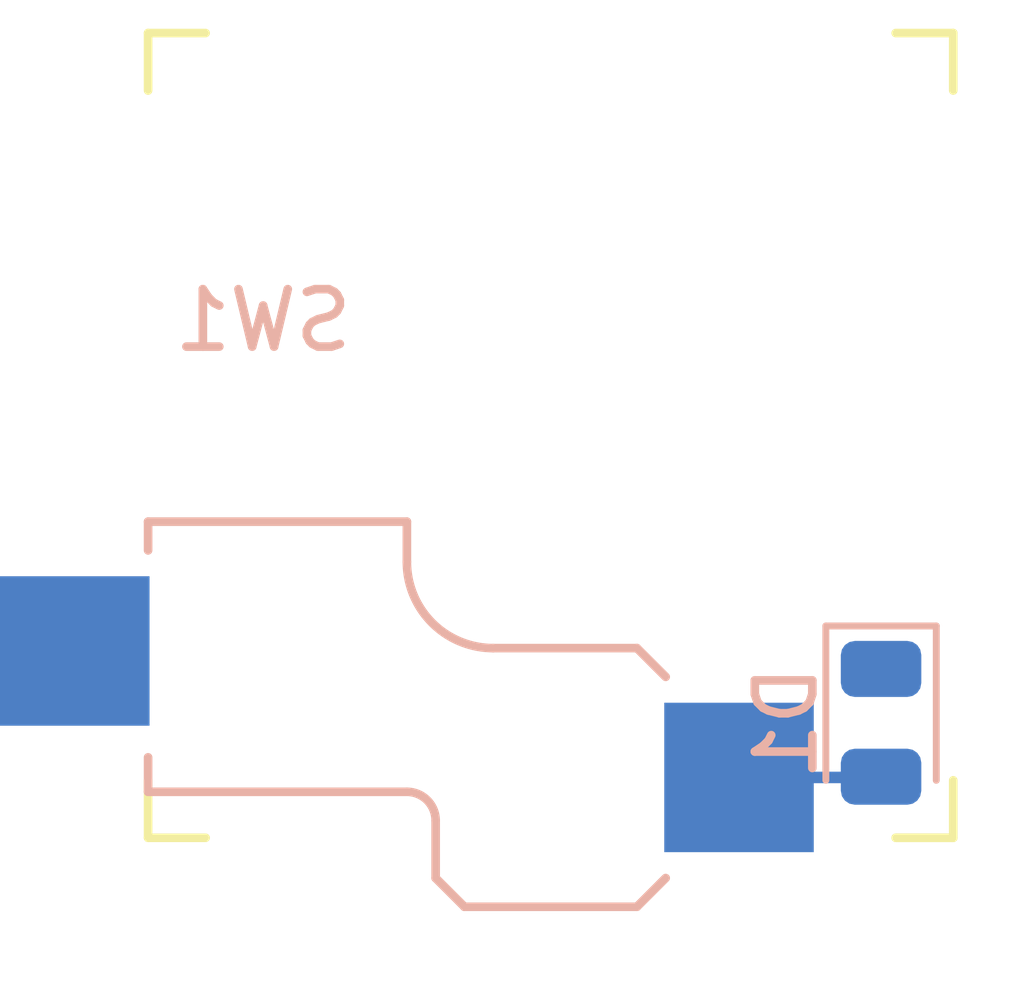
<source format=kicad_pcb>
(kicad_pcb (version 20241229) (generator "pcbnew") (generator_version "9.0")
  (layers (0 "F.Cu" signal) (2 "B.Cu" signal) (13 "F.Paste" user) (15 "B.Paste" user) (5 "F.SilkS" user "F.Silkscreen") (7 "B.SilkS" user "B.Silkscreen") (1 "F.Mask" user) (3 "B.Mask" user) (25 "Edge.Cuts" user))
  (net 0 "")
  (net 1 "Net-(D1-A)")
  (net 2 "COL1")
  (net 3 "ROW1")
  (footprint "keyswitches:Kailh_socket_PG1350" (layer "F.Cu") (at 0 0)
    (property "Reference" "SW1" (at -5 -2 0) (layer "B.SilkS") (effects (justify mirror)))
    (property "Value" "Switch")
    (fp_line (start -7 -6) (end -7 -7) (stroke (width 0.15)) (layer "F.SilkS"))
    (fp_line (start -7 7) (end -7 6) (stroke (width 0.15)) (layer "F.SilkS"))
    (fp_line (start -7 7) (end -6 7) (stroke (width 0.15)) (layer "F.SilkS"))
    (fp_line (start -6 -7) (end -7 -7) (stroke (width 0.15)) (layer "F.SilkS"))
    (fp_line (start 6 7) (end 7 7) (stroke (width 0.15)) (layer "F.SilkS"))
    (fp_line (start 7 -7) (end 6 -7) (stroke (width 0.15)) (layer "F.SilkS"))
    (fp_line (start 7 -7) (end 7 -6) (stroke (width 0.15)) (layer "F.SilkS"))
    (fp_line (start 7 6) (end 7 7) (stroke (width 0.15)) (layer "F.SilkS"))
    (fp_line (start 7 7) (end 6 7) (stroke (width 0.15)) (layer "F.SilkS"))
    (fp_line (start -7 1.5) (end -7 2) (stroke (width 0.15)) (layer "B.SilkS"))
    (fp_line (start -7 5.6) (end -7 6.2) (stroke (width 0.15)) (layer "B.SilkS"))
    (fp_line (start -7 6.2) (end -2.5 6.2) (stroke (width 0.15)) (layer "B.SilkS"))
    (fp_line (start -2.5 1.5) (end -7 1.5) (stroke (width 0.15)) (layer "B.SilkS"))
    (fp_line (start -2.5 2.2) (end -2.5 1.5) (stroke (width 0.15)) (layer "B.SilkS"))
    (fp_line (start -2 6.7) (end -2 7.7) (stroke (width 0.15)) (layer "B.SilkS"))
    (fp_line (start -1.5 8.2) (end -2 7.7) (stroke (width 0.15)) (layer "B.SilkS"))
    (fp_line (start 1.5 3.7) (end -1 3.7) (stroke (width 0.15)) (layer "B.SilkS"))
    (fp_line (start 1.5 8.2) (end -1.5 8.2) (stroke (width 0.15)) (layer "B.SilkS"))
    (fp_line (start 2 4.2) (end 1.5 3.7) (stroke (width 0.15)) (layer "B.SilkS"))
    (fp_line (start 2 7.7) (end 1.5 8.2) (stroke (width 0.15)) (layer "B.SilkS"))
    (fp_arc (start -2.5 6.2) (mid -2.146447 6.346447) (end -2 6.7) (stroke (width 0.15)) (layer "B.SilkS"))
    (fp_arc (start -1 3.7) (mid -2.06066 3.26066) (end -2.5 2.2) (stroke (width 0.15)) (layer "B.SilkS"))
    (pad "" np_thru_hole circle (at -5.5 0) (size 1.7018 1.7018) (drill 1.7018) (layers "*.Cu" "*.Mask"))
    (pad "" np_thru_hole circle (at -5 3.75) (size 3 3) (drill 3) (layers "*.Cu" "*.Mask"))
    (pad "" np_thru_hole circle (at 0 0) (size 3.429 3.429) (drill 3.429) (layers "*.Cu" "*.Mask"))
    (pad "" np_thru_hole circle (at 0 5.95) (size 3 3) (drill 3) (layers "*.Cu" "*.Mask"))
    (pad "" np_thru_hole circle (at 5.22 -4.2) (size 0.9906 0.9906) (drill 0.9906) (layers "*.Cu" "*.Mask"))
    (pad "" np_thru_hole circle (at 5.5 0) (size 1.7018 1.7018) (drill 1.7018) (layers "*.Cu" "*.Mask"))
    (pad "1" smd rect (at 3.275 5.95) (size 2.6 2.6) (layers "B.Cu" "B.Mask" "B.Paste") (net 1 "Net-(D1-A)"))
    (pad "2" smd rect (at -8.275 3.75) (size 2.6 2.6) (layers "B.Cu" "B.Mask" "B.Paste") (net 2 "COL1"))
  )
  (footprint "Diode_SMD:D_0805_2012Metric" (layer "B.Cu") (at 5.745 5 -90)
    (property "Reference" "D1" (at 0 1.65 90) (layer "B.SilkS") (effects (justify mirror)))
    (property "Value" "Diode")
    (fp_line (start -1.685 0.96) (end -1.685 -0.96) (stroke (width 0.12)) (layer "B.SilkS"))
    (fp_line (start 1 0.96) (end -1.685 0.96) (stroke (width 0.12)) (layer "B.SilkS"))
    (fp_line (start -1.685 -0.96) (end 1 -0.96) (stroke (width 0.12)) (layer "B.SilkS"))
    (pad "1" smd roundrect (at -0.9375 0 270) (size 0.975 1.4) (layers "B.Cu" "B.Mask" "B.Paste") (net 3 "ROW1"))
    (pad "2" smd roundrect (at 0.9375 0 270) (size 0.975 1.4) (layers "B.Cu" "B.Mask" "B.Paste") (net 1 "Net-(D1-A)"))
  )
  (segment (start 5.7325 5.95) (end 5.745 5.9375) (width 0.2) (layer "B.Cu") (net 1))
  (segment (start 3.275 5.95) (end 5.7325 5.95) (width 0.2) (layer "B.Cu") (net 1))
)
</source>
